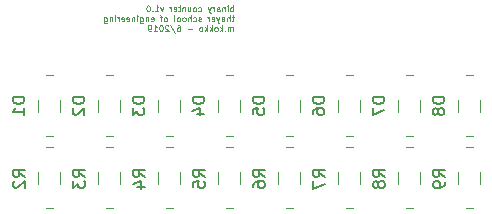
<source format=gbr>
G04 #@! TF.GenerationSoftware,KiCad,Pcbnew,(5.1.2)-2*
G04 #@! TF.CreationDate,2019-06-19T15:06:05-04:00*
G04 #@! TF.ProjectId,binary_counter,62696e61-7279-45f6-936f-756e7465722e,rev?*
G04 #@! TF.SameCoordinates,Original*
G04 #@! TF.FileFunction,Legend,Bot*
G04 #@! TF.FilePolarity,Positive*
%FSLAX46Y46*%
G04 Gerber Fmt 4.6, Leading zero omitted, Abs format (unit mm)*
G04 Created by KiCad (PCBNEW (5.1.2)-2) date 2019-06-19 15:06:05*
%MOMM*%
%LPD*%
G04 APERTURE LIST*
%ADD10C,0.076200*%
%ADD11C,0.100000*%
%ADD12C,0.150000*%
G04 APERTURE END LIST*
D10*
X129877517Y-103277609D02*
X129877517Y-102769609D01*
X129877517Y-102963133D02*
X129829136Y-102938942D01*
X129732374Y-102938942D01*
X129683993Y-102963133D01*
X129659803Y-102987323D01*
X129635612Y-103035704D01*
X129635612Y-103180847D01*
X129659803Y-103229228D01*
X129683993Y-103253419D01*
X129732374Y-103277609D01*
X129829136Y-103277609D01*
X129877517Y-103253419D01*
X129417898Y-103277609D02*
X129417898Y-102938942D01*
X129417898Y-102769609D02*
X129442089Y-102793800D01*
X129417898Y-102817990D01*
X129393708Y-102793800D01*
X129417898Y-102769609D01*
X129417898Y-102817990D01*
X129175993Y-102938942D02*
X129175993Y-103277609D01*
X129175993Y-102987323D02*
X129151803Y-102963133D01*
X129103422Y-102938942D01*
X129030850Y-102938942D01*
X128982470Y-102963133D01*
X128958279Y-103011514D01*
X128958279Y-103277609D01*
X128498660Y-103277609D02*
X128498660Y-103011514D01*
X128522850Y-102963133D01*
X128571231Y-102938942D01*
X128667993Y-102938942D01*
X128716374Y-102963133D01*
X128498660Y-103253419D02*
X128547041Y-103277609D01*
X128667993Y-103277609D01*
X128716374Y-103253419D01*
X128740565Y-103205038D01*
X128740565Y-103156657D01*
X128716374Y-103108276D01*
X128667993Y-103084085D01*
X128547041Y-103084085D01*
X128498660Y-103059895D01*
X128256755Y-103277609D02*
X128256755Y-102938942D01*
X128256755Y-103035704D02*
X128232565Y-102987323D01*
X128208374Y-102963133D01*
X128159993Y-102938942D01*
X128111612Y-102938942D01*
X127990660Y-102938942D02*
X127869708Y-103277609D01*
X127748755Y-102938942D02*
X127869708Y-103277609D01*
X127918089Y-103398561D01*
X127942279Y-103422752D01*
X127990660Y-103446942D01*
X126950470Y-103253419D02*
X126998850Y-103277609D01*
X127095612Y-103277609D01*
X127143993Y-103253419D01*
X127168184Y-103229228D01*
X127192374Y-103180847D01*
X127192374Y-103035704D01*
X127168184Y-102987323D01*
X127143993Y-102963133D01*
X127095612Y-102938942D01*
X126998850Y-102938942D01*
X126950470Y-102963133D01*
X126660184Y-103277609D02*
X126708565Y-103253419D01*
X126732755Y-103229228D01*
X126756946Y-103180847D01*
X126756946Y-103035704D01*
X126732755Y-102987323D01*
X126708565Y-102963133D01*
X126660184Y-102938942D01*
X126587612Y-102938942D01*
X126539231Y-102963133D01*
X126515041Y-102987323D01*
X126490850Y-103035704D01*
X126490850Y-103180847D01*
X126515041Y-103229228D01*
X126539231Y-103253419D01*
X126587612Y-103277609D01*
X126660184Y-103277609D01*
X126055422Y-102938942D02*
X126055422Y-103277609D01*
X126273136Y-102938942D02*
X126273136Y-103205038D01*
X126248946Y-103253419D01*
X126200565Y-103277609D01*
X126127993Y-103277609D01*
X126079612Y-103253419D01*
X126055422Y-103229228D01*
X125813517Y-102938942D02*
X125813517Y-103277609D01*
X125813517Y-102987323D02*
X125789327Y-102963133D01*
X125740946Y-102938942D01*
X125668374Y-102938942D01*
X125619993Y-102963133D01*
X125595803Y-103011514D01*
X125595803Y-103277609D01*
X125426470Y-102938942D02*
X125232946Y-102938942D01*
X125353898Y-102769609D02*
X125353898Y-103205038D01*
X125329708Y-103253419D01*
X125281327Y-103277609D01*
X125232946Y-103277609D01*
X124870089Y-103253419D02*
X124918470Y-103277609D01*
X125015231Y-103277609D01*
X125063612Y-103253419D01*
X125087803Y-103205038D01*
X125087803Y-103011514D01*
X125063612Y-102963133D01*
X125015231Y-102938942D01*
X124918470Y-102938942D01*
X124870089Y-102963133D01*
X124845898Y-103011514D01*
X124845898Y-103059895D01*
X125087803Y-103108276D01*
X124628184Y-103277609D02*
X124628184Y-102938942D01*
X124628184Y-103035704D02*
X124603993Y-102987323D01*
X124579803Y-102963133D01*
X124531422Y-102938942D01*
X124483041Y-102938942D01*
X123975041Y-102938942D02*
X123854089Y-103277609D01*
X123733136Y-102938942D01*
X123273517Y-103277609D02*
X123563803Y-103277609D01*
X123418660Y-103277609D02*
X123418660Y-102769609D01*
X123467041Y-102842180D01*
X123515422Y-102890561D01*
X123563803Y-102914752D01*
X123055803Y-103229228D02*
X123031612Y-103253419D01*
X123055803Y-103277609D01*
X123079993Y-103253419D01*
X123055803Y-103229228D01*
X123055803Y-103277609D01*
X122717136Y-102769609D02*
X122668755Y-102769609D01*
X122620374Y-102793800D01*
X122596184Y-102817990D01*
X122571993Y-102866371D01*
X122547803Y-102963133D01*
X122547803Y-103084085D01*
X122571993Y-103180847D01*
X122596184Y-103229228D01*
X122620374Y-103253419D01*
X122668755Y-103277609D01*
X122717136Y-103277609D01*
X122765517Y-103253419D01*
X122789708Y-103229228D01*
X122813898Y-103180847D01*
X122838089Y-103084085D01*
X122838089Y-102963133D01*
X122813898Y-102866371D01*
X122789708Y-102817990D01*
X122765517Y-102793800D01*
X122717136Y-102769609D01*
X129950089Y-103777142D02*
X129756565Y-103777142D01*
X129877517Y-103607809D02*
X129877517Y-104043238D01*
X129853327Y-104091619D01*
X129804946Y-104115809D01*
X129756565Y-104115809D01*
X129587231Y-104115809D02*
X129587231Y-103607809D01*
X129369517Y-104115809D02*
X129369517Y-103849714D01*
X129393708Y-103801333D01*
X129442089Y-103777142D01*
X129514660Y-103777142D01*
X129563041Y-103801333D01*
X129587231Y-103825523D01*
X128909898Y-104115809D02*
X128909898Y-103849714D01*
X128934089Y-103801333D01*
X128982470Y-103777142D01*
X129079231Y-103777142D01*
X129127612Y-103801333D01*
X128909898Y-104091619D02*
X128958279Y-104115809D01*
X129079231Y-104115809D01*
X129127612Y-104091619D01*
X129151803Y-104043238D01*
X129151803Y-103994857D01*
X129127612Y-103946476D01*
X129079231Y-103922285D01*
X128958279Y-103922285D01*
X128909898Y-103898095D01*
X128716374Y-103777142D02*
X128595422Y-104115809D01*
X128474470Y-103777142D02*
X128595422Y-104115809D01*
X128643803Y-104236761D01*
X128667993Y-104260952D01*
X128716374Y-104285142D01*
X128087422Y-104091619D02*
X128135803Y-104115809D01*
X128232565Y-104115809D01*
X128280946Y-104091619D01*
X128305136Y-104043238D01*
X128305136Y-103849714D01*
X128280946Y-103801333D01*
X128232565Y-103777142D01*
X128135803Y-103777142D01*
X128087422Y-103801333D01*
X128063231Y-103849714D01*
X128063231Y-103898095D01*
X128305136Y-103946476D01*
X127845517Y-104115809D02*
X127845517Y-103777142D01*
X127845517Y-103873904D02*
X127821327Y-103825523D01*
X127797136Y-103801333D01*
X127748755Y-103777142D01*
X127700374Y-103777142D01*
X127168184Y-104091619D02*
X127119803Y-104115809D01*
X127023041Y-104115809D01*
X126974660Y-104091619D01*
X126950470Y-104043238D01*
X126950470Y-104019047D01*
X126974660Y-103970666D01*
X127023041Y-103946476D01*
X127095612Y-103946476D01*
X127143993Y-103922285D01*
X127168184Y-103873904D01*
X127168184Y-103849714D01*
X127143993Y-103801333D01*
X127095612Y-103777142D01*
X127023041Y-103777142D01*
X126974660Y-103801333D01*
X126515041Y-104091619D02*
X126563422Y-104115809D01*
X126660184Y-104115809D01*
X126708565Y-104091619D01*
X126732755Y-104067428D01*
X126756946Y-104019047D01*
X126756946Y-103873904D01*
X126732755Y-103825523D01*
X126708565Y-103801333D01*
X126660184Y-103777142D01*
X126563422Y-103777142D01*
X126515041Y-103801333D01*
X126297327Y-104115809D02*
X126297327Y-103607809D01*
X126079612Y-104115809D02*
X126079612Y-103849714D01*
X126103803Y-103801333D01*
X126152184Y-103777142D01*
X126224755Y-103777142D01*
X126273136Y-103801333D01*
X126297327Y-103825523D01*
X125765136Y-104115809D02*
X125813517Y-104091619D01*
X125837708Y-104067428D01*
X125861898Y-104019047D01*
X125861898Y-103873904D01*
X125837708Y-103825523D01*
X125813517Y-103801333D01*
X125765136Y-103777142D01*
X125692565Y-103777142D01*
X125644184Y-103801333D01*
X125619993Y-103825523D01*
X125595803Y-103873904D01*
X125595803Y-104019047D01*
X125619993Y-104067428D01*
X125644184Y-104091619D01*
X125692565Y-104115809D01*
X125765136Y-104115809D01*
X125305517Y-104115809D02*
X125353898Y-104091619D01*
X125378089Y-104067428D01*
X125402279Y-104019047D01*
X125402279Y-103873904D01*
X125378089Y-103825523D01*
X125353898Y-103801333D01*
X125305517Y-103777142D01*
X125232946Y-103777142D01*
X125184565Y-103801333D01*
X125160374Y-103825523D01*
X125136184Y-103873904D01*
X125136184Y-104019047D01*
X125160374Y-104067428D01*
X125184565Y-104091619D01*
X125232946Y-104115809D01*
X125305517Y-104115809D01*
X124845898Y-104115809D02*
X124894279Y-104091619D01*
X124918470Y-104043238D01*
X124918470Y-103607809D01*
X124192755Y-104115809D02*
X124241136Y-104091619D01*
X124265327Y-104067428D01*
X124289517Y-104019047D01*
X124289517Y-103873904D01*
X124265327Y-103825523D01*
X124241136Y-103801333D01*
X124192755Y-103777142D01*
X124120184Y-103777142D01*
X124071803Y-103801333D01*
X124047612Y-103825523D01*
X124023422Y-103873904D01*
X124023422Y-104019047D01*
X124047612Y-104067428D01*
X124071803Y-104091619D01*
X124120184Y-104115809D01*
X124192755Y-104115809D01*
X123878279Y-103777142D02*
X123684755Y-103777142D01*
X123805708Y-104115809D02*
X123805708Y-103680380D01*
X123781517Y-103632000D01*
X123733136Y-103607809D01*
X123684755Y-103607809D01*
X122934850Y-104091619D02*
X122983231Y-104115809D01*
X123079993Y-104115809D01*
X123128374Y-104091619D01*
X123152565Y-104043238D01*
X123152565Y-103849714D01*
X123128374Y-103801333D01*
X123079993Y-103777142D01*
X122983231Y-103777142D01*
X122934850Y-103801333D01*
X122910660Y-103849714D01*
X122910660Y-103898095D01*
X123152565Y-103946476D01*
X122692946Y-103777142D02*
X122692946Y-104115809D01*
X122692946Y-103825523D02*
X122668755Y-103801333D01*
X122620374Y-103777142D01*
X122547803Y-103777142D01*
X122499422Y-103801333D01*
X122475231Y-103849714D01*
X122475231Y-104115809D01*
X122015612Y-103777142D02*
X122015612Y-104188380D01*
X122039803Y-104236761D01*
X122063993Y-104260952D01*
X122112374Y-104285142D01*
X122184946Y-104285142D01*
X122233327Y-104260952D01*
X122015612Y-104091619D02*
X122063993Y-104115809D01*
X122160755Y-104115809D01*
X122209136Y-104091619D01*
X122233327Y-104067428D01*
X122257517Y-104019047D01*
X122257517Y-103873904D01*
X122233327Y-103825523D01*
X122209136Y-103801333D01*
X122160755Y-103777142D01*
X122063993Y-103777142D01*
X122015612Y-103801333D01*
X121773708Y-104115809D02*
X121773708Y-103777142D01*
X121773708Y-103607809D02*
X121797898Y-103632000D01*
X121773708Y-103656190D01*
X121749517Y-103632000D01*
X121773708Y-103607809D01*
X121773708Y-103656190D01*
X121531803Y-103777142D02*
X121531803Y-104115809D01*
X121531803Y-103825523D02*
X121507612Y-103801333D01*
X121459231Y-103777142D01*
X121386660Y-103777142D01*
X121338279Y-103801333D01*
X121314089Y-103849714D01*
X121314089Y-104115809D01*
X120878660Y-104091619D02*
X120927041Y-104115809D01*
X121023803Y-104115809D01*
X121072184Y-104091619D01*
X121096374Y-104043238D01*
X121096374Y-103849714D01*
X121072184Y-103801333D01*
X121023803Y-103777142D01*
X120927041Y-103777142D01*
X120878660Y-103801333D01*
X120854470Y-103849714D01*
X120854470Y-103898095D01*
X121096374Y-103946476D01*
X120443231Y-104091619D02*
X120491612Y-104115809D01*
X120588374Y-104115809D01*
X120636755Y-104091619D01*
X120660946Y-104043238D01*
X120660946Y-103849714D01*
X120636755Y-103801333D01*
X120588374Y-103777142D01*
X120491612Y-103777142D01*
X120443231Y-103801333D01*
X120419041Y-103849714D01*
X120419041Y-103898095D01*
X120660946Y-103946476D01*
X120201327Y-104115809D02*
X120201327Y-103777142D01*
X120201327Y-103873904D02*
X120177136Y-103825523D01*
X120152946Y-103801333D01*
X120104565Y-103777142D01*
X120056184Y-103777142D01*
X119886850Y-104115809D02*
X119886850Y-103777142D01*
X119886850Y-103607809D02*
X119911041Y-103632000D01*
X119886850Y-103656190D01*
X119862660Y-103632000D01*
X119886850Y-103607809D01*
X119886850Y-103656190D01*
X119644946Y-103777142D02*
X119644946Y-104115809D01*
X119644946Y-103825523D02*
X119620755Y-103801333D01*
X119572374Y-103777142D01*
X119499803Y-103777142D01*
X119451422Y-103801333D01*
X119427231Y-103849714D01*
X119427231Y-104115809D01*
X118967612Y-103777142D02*
X118967612Y-104188380D01*
X118991803Y-104236761D01*
X119015993Y-104260952D01*
X119064374Y-104285142D01*
X119136946Y-104285142D01*
X119185327Y-104260952D01*
X118967612Y-104091619D02*
X119015993Y-104115809D01*
X119112755Y-104115809D01*
X119161136Y-104091619D01*
X119185327Y-104067428D01*
X119209517Y-104019047D01*
X119209517Y-103873904D01*
X119185327Y-103825523D01*
X119161136Y-103801333D01*
X119112755Y-103777142D01*
X119015993Y-103777142D01*
X118967612Y-103801333D01*
X129877517Y-104954009D02*
X129877517Y-104615342D01*
X129877517Y-104663723D02*
X129853327Y-104639533D01*
X129804946Y-104615342D01*
X129732374Y-104615342D01*
X129683993Y-104639533D01*
X129659803Y-104687914D01*
X129659803Y-104954009D01*
X129659803Y-104687914D02*
X129635612Y-104639533D01*
X129587231Y-104615342D01*
X129514660Y-104615342D01*
X129466279Y-104639533D01*
X129442089Y-104687914D01*
X129442089Y-104954009D01*
X129200184Y-104905628D02*
X129175993Y-104929819D01*
X129200184Y-104954009D01*
X129224374Y-104929819D01*
X129200184Y-104905628D01*
X129200184Y-104954009D01*
X128958279Y-104954009D02*
X128958279Y-104446009D01*
X128909898Y-104760485D02*
X128764755Y-104954009D01*
X128764755Y-104615342D02*
X128958279Y-104808866D01*
X128474470Y-104954009D02*
X128522850Y-104929819D01*
X128547041Y-104905628D01*
X128571231Y-104857247D01*
X128571231Y-104712104D01*
X128547041Y-104663723D01*
X128522850Y-104639533D01*
X128474470Y-104615342D01*
X128401898Y-104615342D01*
X128353517Y-104639533D01*
X128329327Y-104663723D01*
X128305136Y-104712104D01*
X128305136Y-104857247D01*
X128329327Y-104905628D01*
X128353517Y-104929819D01*
X128401898Y-104954009D01*
X128474470Y-104954009D01*
X128087422Y-104954009D02*
X128087422Y-104446009D01*
X128039041Y-104760485D02*
X127893898Y-104954009D01*
X127893898Y-104615342D02*
X128087422Y-104808866D01*
X127676184Y-104954009D02*
X127676184Y-104446009D01*
X127627803Y-104760485D02*
X127482660Y-104954009D01*
X127482660Y-104615342D02*
X127676184Y-104808866D01*
X127192374Y-104954009D02*
X127240755Y-104929819D01*
X127264946Y-104905628D01*
X127289136Y-104857247D01*
X127289136Y-104712104D01*
X127264946Y-104663723D01*
X127240755Y-104639533D01*
X127192374Y-104615342D01*
X127119803Y-104615342D01*
X127071422Y-104639533D01*
X127047231Y-104663723D01*
X127023041Y-104712104D01*
X127023041Y-104857247D01*
X127047231Y-104905628D01*
X127071422Y-104929819D01*
X127119803Y-104954009D01*
X127192374Y-104954009D01*
X126418279Y-104760485D02*
X126031231Y-104760485D01*
X125184565Y-104446009D02*
X125281327Y-104446009D01*
X125329708Y-104470200D01*
X125353898Y-104494390D01*
X125402279Y-104566961D01*
X125426470Y-104663723D01*
X125426470Y-104857247D01*
X125402279Y-104905628D01*
X125378089Y-104929819D01*
X125329708Y-104954009D01*
X125232946Y-104954009D01*
X125184565Y-104929819D01*
X125160374Y-104905628D01*
X125136184Y-104857247D01*
X125136184Y-104736295D01*
X125160374Y-104687914D01*
X125184565Y-104663723D01*
X125232946Y-104639533D01*
X125329708Y-104639533D01*
X125378089Y-104663723D01*
X125402279Y-104687914D01*
X125426470Y-104736295D01*
X124555612Y-104421819D02*
X124991041Y-105074961D01*
X124410470Y-104494390D02*
X124386279Y-104470200D01*
X124337898Y-104446009D01*
X124216946Y-104446009D01*
X124168565Y-104470200D01*
X124144374Y-104494390D01*
X124120184Y-104542771D01*
X124120184Y-104591152D01*
X124144374Y-104663723D01*
X124434660Y-104954009D01*
X124120184Y-104954009D01*
X123805708Y-104446009D02*
X123757327Y-104446009D01*
X123708946Y-104470200D01*
X123684755Y-104494390D01*
X123660565Y-104542771D01*
X123636374Y-104639533D01*
X123636374Y-104760485D01*
X123660565Y-104857247D01*
X123684755Y-104905628D01*
X123708946Y-104929819D01*
X123757327Y-104954009D01*
X123805708Y-104954009D01*
X123854089Y-104929819D01*
X123878279Y-104905628D01*
X123902470Y-104857247D01*
X123926660Y-104760485D01*
X123926660Y-104639533D01*
X123902470Y-104542771D01*
X123878279Y-104494390D01*
X123854089Y-104470200D01*
X123805708Y-104446009D01*
X123152565Y-104954009D02*
X123442850Y-104954009D01*
X123297708Y-104954009D02*
X123297708Y-104446009D01*
X123346089Y-104518580D01*
X123394470Y-104566961D01*
X123442850Y-104591152D01*
X122910660Y-104954009D02*
X122813898Y-104954009D01*
X122765517Y-104929819D01*
X122741327Y-104905628D01*
X122692946Y-104833057D01*
X122668755Y-104736295D01*
X122668755Y-104542771D01*
X122692946Y-104494390D01*
X122717136Y-104470200D01*
X122765517Y-104446009D01*
X122862279Y-104446009D01*
X122910660Y-104470200D01*
X122934850Y-104494390D01*
X122959041Y-104542771D01*
X122959041Y-104663723D01*
X122934850Y-104712104D01*
X122910660Y-104736295D01*
X122862279Y-104760485D01*
X122765517Y-104760485D01*
X122717136Y-104736295D01*
X122692946Y-104712104D01*
X122668755Y-104663723D01*
D11*
X148960000Y-117348000D02*
X148960000Y-117848000D01*
X148960000Y-117348000D02*
X148960000Y-116848000D01*
X150760000Y-117348000D02*
X150760000Y-117848000D01*
X150760000Y-117348000D02*
X150760000Y-116848000D01*
X149560000Y-114748000D02*
X150160000Y-114748000D01*
X149560000Y-119948000D02*
X150160000Y-119948000D01*
X143880000Y-117348000D02*
X143880000Y-117848000D01*
X143880000Y-117348000D02*
X143880000Y-116848000D01*
X145680000Y-117348000D02*
X145680000Y-117848000D01*
X145680000Y-117348000D02*
X145680000Y-116848000D01*
X144480000Y-114748000D02*
X145080000Y-114748000D01*
X144480000Y-119948000D02*
X145080000Y-119948000D01*
X138800000Y-117348000D02*
X138800000Y-117848000D01*
X138800000Y-117348000D02*
X138800000Y-116848000D01*
X140600000Y-117348000D02*
X140600000Y-117848000D01*
X140600000Y-117348000D02*
X140600000Y-116848000D01*
X139400000Y-114748000D02*
X140000000Y-114748000D01*
X139400000Y-119948000D02*
X140000000Y-119948000D01*
X133720000Y-117348000D02*
X133720000Y-117848000D01*
X133720000Y-117348000D02*
X133720000Y-116848000D01*
X135520000Y-117348000D02*
X135520000Y-117848000D01*
X135520000Y-117348000D02*
X135520000Y-116848000D01*
X134320000Y-114748000D02*
X134920000Y-114748000D01*
X134320000Y-119948000D02*
X134920000Y-119948000D01*
X128640000Y-117348000D02*
X128640000Y-117848000D01*
X128640000Y-117348000D02*
X128640000Y-116848000D01*
X130440000Y-117348000D02*
X130440000Y-117848000D01*
X130440000Y-117348000D02*
X130440000Y-116848000D01*
X129240000Y-114748000D02*
X129840000Y-114748000D01*
X129240000Y-119948000D02*
X129840000Y-119948000D01*
X123560000Y-117348000D02*
X123560000Y-117848000D01*
X123560000Y-117348000D02*
X123560000Y-116848000D01*
X125360000Y-117348000D02*
X125360000Y-117848000D01*
X125360000Y-117348000D02*
X125360000Y-116848000D01*
X124160000Y-114748000D02*
X124760000Y-114748000D01*
X124160000Y-119948000D02*
X124760000Y-119948000D01*
X118480000Y-117348000D02*
X118480000Y-117848000D01*
X118480000Y-117348000D02*
X118480000Y-116848000D01*
X120280000Y-117348000D02*
X120280000Y-117848000D01*
X120280000Y-117348000D02*
X120280000Y-116848000D01*
X119080000Y-114748000D02*
X119680000Y-114748000D01*
X119080000Y-119948000D02*
X119680000Y-119948000D01*
X113400000Y-117348000D02*
X113400000Y-117848000D01*
X113400000Y-117348000D02*
X113400000Y-116848000D01*
X115200000Y-117348000D02*
X115200000Y-117848000D01*
X115200000Y-117348000D02*
X115200000Y-116848000D01*
X114000000Y-114748000D02*
X114600000Y-114748000D01*
X114000000Y-119948000D02*
X114600000Y-119948000D01*
X149560000Y-113852000D02*
X150160000Y-113852000D01*
X149560000Y-108652000D02*
X150160000Y-108652000D01*
X150760000Y-111252000D02*
X150760000Y-110752000D01*
X150760000Y-111252000D02*
X150760000Y-111752000D01*
X148960000Y-111252000D02*
X148960000Y-110752000D01*
X148960000Y-111252000D02*
X148960000Y-111752000D01*
X143880000Y-111252000D02*
X143880000Y-111752000D01*
X143880000Y-111252000D02*
X143880000Y-110752000D01*
X145680000Y-111252000D02*
X145680000Y-111752000D01*
X145680000Y-111252000D02*
X145680000Y-110752000D01*
X144480000Y-108652000D02*
X145080000Y-108652000D01*
X144480000Y-113852000D02*
X145080000Y-113852000D01*
X138800000Y-111252000D02*
X138800000Y-111752000D01*
X138800000Y-111252000D02*
X138800000Y-110752000D01*
X140600000Y-111252000D02*
X140600000Y-111752000D01*
X140600000Y-111252000D02*
X140600000Y-110752000D01*
X139400000Y-108652000D02*
X140000000Y-108652000D01*
X139400000Y-113852000D02*
X140000000Y-113852000D01*
X133720000Y-111252000D02*
X133720000Y-111752000D01*
X133720000Y-111252000D02*
X133720000Y-110752000D01*
X135520000Y-111252000D02*
X135520000Y-111752000D01*
X135520000Y-111252000D02*
X135520000Y-110752000D01*
X134320000Y-108652000D02*
X134920000Y-108652000D01*
X134320000Y-113852000D02*
X134920000Y-113852000D01*
X128640000Y-111252000D02*
X128640000Y-111752000D01*
X128640000Y-111252000D02*
X128640000Y-110752000D01*
X130440000Y-111252000D02*
X130440000Y-111752000D01*
X130440000Y-111252000D02*
X130440000Y-110752000D01*
X129240000Y-108652000D02*
X129840000Y-108652000D01*
X129240000Y-113852000D02*
X129840000Y-113852000D01*
X123560000Y-111252000D02*
X123560000Y-111752000D01*
X123560000Y-111252000D02*
X123560000Y-110752000D01*
X125360000Y-111252000D02*
X125360000Y-111752000D01*
X125360000Y-111252000D02*
X125360000Y-110752000D01*
X124160000Y-108652000D02*
X124760000Y-108652000D01*
X124160000Y-113852000D02*
X124760000Y-113852000D01*
X118480000Y-111252000D02*
X118480000Y-111752000D01*
X118480000Y-111252000D02*
X118480000Y-110752000D01*
X120280000Y-111252000D02*
X120280000Y-111752000D01*
X120280000Y-111252000D02*
X120280000Y-110752000D01*
X119080000Y-108652000D02*
X119680000Y-108652000D01*
X119080000Y-113852000D02*
X119680000Y-113852000D01*
X113400000Y-111252000D02*
X113400000Y-111752000D01*
X113400000Y-111252000D02*
X113400000Y-110752000D01*
X115200000Y-111252000D02*
X115200000Y-111752000D01*
X115200000Y-111252000D02*
X115200000Y-110752000D01*
X114000000Y-108652000D02*
X114600000Y-108652000D01*
X114000000Y-113852000D02*
X114600000Y-113852000D01*
D12*
X147812380Y-117281333D02*
X147336190Y-116948000D01*
X147812380Y-116709904D02*
X146812380Y-116709904D01*
X146812380Y-117090857D01*
X146860000Y-117186095D01*
X146907619Y-117233714D01*
X147002857Y-117281333D01*
X147145714Y-117281333D01*
X147240952Y-117233714D01*
X147288571Y-117186095D01*
X147336190Y-117090857D01*
X147336190Y-116709904D01*
X147812380Y-117757523D02*
X147812380Y-117948000D01*
X147764761Y-118043238D01*
X147717142Y-118090857D01*
X147574285Y-118186095D01*
X147383809Y-118233714D01*
X147002857Y-118233714D01*
X146907619Y-118186095D01*
X146860000Y-118138476D01*
X146812380Y-118043238D01*
X146812380Y-117852761D01*
X146860000Y-117757523D01*
X146907619Y-117709904D01*
X147002857Y-117662285D01*
X147240952Y-117662285D01*
X147336190Y-117709904D01*
X147383809Y-117757523D01*
X147431428Y-117852761D01*
X147431428Y-118043238D01*
X147383809Y-118138476D01*
X147336190Y-118186095D01*
X147240952Y-118233714D01*
X142732380Y-117281333D02*
X142256190Y-116948000D01*
X142732380Y-116709904D02*
X141732380Y-116709904D01*
X141732380Y-117090857D01*
X141780000Y-117186095D01*
X141827619Y-117233714D01*
X141922857Y-117281333D01*
X142065714Y-117281333D01*
X142160952Y-117233714D01*
X142208571Y-117186095D01*
X142256190Y-117090857D01*
X142256190Y-116709904D01*
X142160952Y-117852761D02*
X142113333Y-117757523D01*
X142065714Y-117709904D01*
X141970476Y-117662285D01*
X141922857Y-117662285D01*
X141827619Y-117709904D01*
X141780000Y-117757523D01*
X141732380Y-117852761D01*
X141732380Y-118043238D01*
X141780000Y-118138476D01*
X141827619Y-118186095D01*
X141922857Y-118233714D01*
X141970476Y-118233714D01*
X142065714Y-118186095D01*
X142113333Y-118138476D01*
X142160952Y-118043238D01*
X142160952Y-117852761D01*
X142208571Y-117757523D01*
X142256190Y-117709904D01*
X142351428Y-117662285D01*
X142541904Y-117662285D01*
X142637142Y-117709904D01*
X142684761Y-117757523D01*
X142732380Y-117852761D01*
X142732380Y-118043238D01*
X142684761Y-118138476D01*
X142637142Y-118186095D01*
X142541904Y-118233714D01*
X142351428Y-118233714D01*
X142256190Y-118186095D01*
X142208571Y-118138476D01*
X142160952Y-118043238D01*
X137652380Y-117281333D02*
X137176190Y-116948000D01*
X137652380Y-116709904D02*
X136652380Y-116709904D01*
X136652380Y-117090857D01*
X136700000Y-117186095D01*
X136747619Y-117233714D01*
X136842857Y-117281333D01*
X136985714Y-117281333D01*
X137080952Y-117233714D01*
X137128571Y-117186095D01*
X137176190Y-117090857D01*
X137176190Y-116709904D01*
X136652380Y-117614666D02*
X136652380Y-118281333D01*
X137652380Y-117852761D01*
X132572380Y-117281333D02*
X132096190Y-116948000D01*
X132572380Y-116709904D02*
X131572380Y-116709904D01*
X131572380Y-117090857D01*
X131620000Y-117186095D01*
X131667619Y-117233714D01*
X131762857Y-117281333D01*
X131905714Y-117281333D01*
X132000952Y-117233714D01*
X132048571Y-117186095D01*
X132096190Y-117090857D01*
X132096190Y-116709904D01*
X131572380Y-118138476D02*
X131572380Y-117948000D01*
X131620000Y-117852761D01*
X131667619Y-117805142D01*
X131810476Y-117709904D01*
X132000952Y-117662285D01*
X132381904Y-117662285D01*
X132477142Y-117709904D01*
X132524761Y-117757523D01*
X132572380Y-117852761D01*
X132572380Y-118043238D01*
X132524761Y-118138476D01*
X132477142Y-118186095D01*
X132381904Y-118233714D01*
X132143809Y-118233714D01*
X132048571Y-118186095D01*
X132000952Y-118138476D01*
X131953333Y-118043238D01*
X131953333Y-117852761D01*
X132000952Y-117757523D01*
X132048571Y-117709904D01*
X132143809Y-117662285D01*
X127492380Y-117281333D02*
X127016190Y-116948000D01*
X127492380Y-116709904D02*
X126492380Y-116709904D01*
X126492380Y-117090857D01*
X126540000Y-117186095D01*
X126587619Y-117233714D01*
X126682857Y-117281333D01*
X126825714Y-117281333D01*
X126920952Y-117233714D01*
X126968571Y-117186095D01*
X127016190Y-117090857D01*
X127016190Y-116709904D01*
X126492380Y-118186095D02*
X126492380Y-117709904D01*
X126968571Y-117662285D01*
X126920952Y-117709904D01*
X126873333Y-117805142D01*
X126873333Y-118043238D01*
X126920952Y-118138476D01*
X126968571Y-118186095D01*
X127063809Y-118233714D01*
X127301904Y-118233714D01*
X127397142Y-118186095D01*
X127444761Y-118138476D01*
X127492380Y-118043238D01*
X127492380Y-117805142D01*
X127444761Y-117709904D01*
X127397142Y-117662285D01*
X122412380Y-117281333D02*
X121936190Y-116948000D01*
X122412380Y-116709904D02*
X121412380Y-116709904D01*
X121412380Y-117090857D01*
X121460000Y-117186095D01*
X121507619Y-117233714D01*
X121602857Y-117281333D01*
X121745714Y-117281333D01*
X121840952Y-117233714D01*
X121888571Y-117186095D01*
X121936190Y-117090857D01*
X121936190Y-116709904D01*
X121745714Y-118138476D02*
X122412380Y-118138476D01*
X121364761Y-117900380D02*
X122079047Y-117662285D01*
X122079047Y-118281333D01*
X117332380Y-117281333D02*
X116856190Y-116948000D01*
X117332380Y-116709904D02*
X116332380Y-116709904D01*
X116332380Y-117090857D01*
X116380000Y-117186095D01*
X116427619Y-117233714D01*
X116522857Y-117281333D01*
X116665714Y-117281333D01*
X116760952Y-117233714D01*
X116808571Y-117186095D01*
X116856190Y-117090857D01*
X116856190Y-116709904D01*
X116332380Y-117614666D02*
X116332380Y-118233714D01*
X116713333Y-117900380D01*
X116713333Y-118043238D01*
X116760952Y-118138476D01*
X116808571Y-118186095D01*
X116903809Y-118233714D01*
X117141904Y-118233714D01*
X117237142Y-118186095D01*
X117284761Y-118138476D01*
X117332380Y-118043238D01*
X117332380Y-117757523D01*
X117284761Y-117662285D01*
X117237142Y-117614666D01*
X112252380Y-117281333D02*
X111776190Y-116948000D01*
X112252380Y-116709904D02*
X111252380Y-116709904D01*
X111252380Y-117090857D01*
X111300000Y-117186095D01*
X111347619Y-117233714D01*
X111442857Y-117281333D01*
X111585714Y-117281333D01*
X111680952Y-117233714D01*
X111728571Y-117186095D01*
X111776190Y-117090857D01*
X111776190Y-116709904D01*
X111347619Y-117662285D02*
X111300000Y-117709904D01*
X111252380Y-117805142D01*
X111252380Y-118043238D01*
X111300000Y-118138476D01*
X111347619Y-118186095D01*
X111442857Y-118233714D01*
X111538095Y-118233714D01*
X111680952Y-118186095D01*
X112252380Y-117614666D01*
X112252380Y-118233714D01*
X147772380Y-110513904D02*
X146772380Y-110513904D01*
X146772380Y-110752000D01*
X146820000Y-110894857D01*
X146915238Y-110990095D01*
X147010476Y-111037714D01*
X147200952Y-111085333D01*
X147343809Y-111085333D01*
X147534285Y-111037714D01*
X147629523Y-110990095D01*
X147724761Y-110894857D01*
X147772380Y-110752000D01*
X147772380Y-110513904D01*
X147200952Y-111656761D02*
X147153333Y-111561523D01*
X147105714Y-111513904D01*
X147010476Y-111466285D01*
X146962857Y-111466285D01*
X146867619Y-111513904D01*
X146820000Y-111561523D01*
X146772380Y-111656761D01*
X146772380Y-111847238D01*
X146820000Y-111942476D01*
X146867619Y-111990095D01*
X146962857Y-112037714D01*
X147010476Y-112037714D01*
X147105714Y-111990095D01*
X147153333Y-111942476D01*
X147200952Y-111847238D01*
X147200952Y-111656761D01*
X147248571Y-111561523D01*
X147296190Y-111513904D01*
X147391428Y-111466285D01*
X147581904Y-111466285D01*
X147677142Y-111513904D01*
X147724761Y-111561523D01*
X147772380Y-111656761D01*
X147772380Y-111847238D01*
X147724761Y-111942476D01*
X147677142Y-111990095D01*
X147581904Y-112037714D01*
X147391428Y-112037714D01*
X147296190Y-111990095D01*
X147248571Y-111942476D01*
X147200952Y-111847238D01*
X142692380Y-110513904D02*
X141692380Y-110513904D01*
X141692380Y-110752000D01*
X141740000Y-110894857D01*
X141835238Y-110990095D01*
X141930476Y-111037714D01*
X142120952Y-111085333D01*
X142263809Y-111085333D01*
X142454285Y-111037714D01*
X142549523Y-110990095D01*
X142644761Y-110894857D01*
X142692380Y-110752000D01*
X142692380Y-110513904D01*
X141692380Y-111418666D02*
X141692380Y-112085333D01*
X142692380Y-111656761D01*
X137612380Y-110513904D02*
X136612380Y-110513904D01*
X136612380Y-110752000D01*
X136660000Y-110894857D01*
X136755238Y-110990095D01*
X136850476Y-111037714D01*
X137040952Y-111085333D01*
X137183809Y-111085333D01*
X137374285Y-111037714D01*
X137469523Y-110990095D01*
X137564761Y-110894857D01*
X137612380Y-110752000D01*
X137612380Y-110513904D01*
X136612380Y-111942476D02*
X136612380Y-111752000D01*
X136660000Y-111656761D01*
X136707619Y-111609142D01*
X136850476Y-111513904D01*
X137040952Y-111466285D01*
X137421904Y-111466285D01*
X137517142Y-111513904D01*
X137564761Y-111561523D01*
X137612380Y-111656761D01*
X137612380Y-111847238D01*
X137564761Y-111942476D01*
X137517142Y-111990095D01*
X137421904Y-112037714D01*
X137183809Y-112037714D01*
X137088571Y-111990095D01*
X137040952Y-111942476D01*
X136993333Y-111847238D01*
X136993333Y-111656761D01*
X137040952Y-111561523D01*
X137088571Y-111513904D01*
X137183809Y-111466285D01*
X132532380Y-110513904D02*
X131532380Y-110513904D01*
X131532380Y-110752000D01*
X131580000Y-110894857D01*
X131675238Y-110990095D01*
X131770476Y-111037714D01*
X131960952Y-111085333D01*
X132103809Y-111085333D01*
X132294285Y-111037714D01*
X132389523Y-110990095D01*
X132484761Y-110894857D01*
X132532380Y-110752000D01*
X132532380Y-110513904D01*
X131532380Y-111990095D02*
X131532380Y-111513904D01*
X132008571Y-111466285D01*
X131960952Y-111513904D01*
X131913333Y-111609142D01*
X131913333Y-111847238D01*
X131960952Y-111942476D01*
X132008571Y-111990095D01*
X132103809Y-112037714D01*
X132341904Y-112037714D01*
X132437142Y-111990095D01*
X132484761Y-111942476D01*
X132532380Y-111847238D01*
X132532380Y-111609142D01*
X132484761Y-111513904D01*
X132437142Y-111466285D01*
X127452380Y-110513904D02*
X126452380Y-110513904D01*
X126452380Y-110752000D01*
X126500000Y-110894857D01*
X126595238Y-110990095D01*
X126690476Y-111037714D01*
X126880952Y-111085333D01*
X127023809Y-111085333D01*
X127214285Y-111037714D01*
X127309523Y-110990095D01*
X127404761Y-110894857D01*
X127452380Y-110752000D01*
X127452380Y-110513904D01*
X126785714Y-111942476D02*
X127452380Y-111942476D01*
X126404761Y-111704380D02*
X127119047Y-111466285D01*
X127119047Y-112085333D01*
X122372380Y-110513904D02*
X121372380Y-110513904D01*
X121372380Y-110752000D01*
X121420000Y-110894857D01*
X121515238Y-110990095D01*
X121610476Y-111037714D01*
X121800952Y-111085333D01*
X121943809Y-111085333D01*
X122134285Y-111037714D01*
X122229523Y-110990095D01*
X122324761Y-110894857D01*
X122372380Y-110752000D01*
X122372380Y-110513904D01*
X121372380Y-111418666D02*
X121372380Y-112037714D01*
X121753333Y-111704380D01*
X121753333Y-111847238D01*
X121800952Y-111942476D01*
X121848571Y-111990095D01*
X121943809Y-112037714D01*
X122181904Y-112037714D01*
X122277142Y-111990095D01*
X122324761Y-111942476D01*
X122372380Y-111847238D01*
X122372380Y-111561523D01*
X122324761Y-111466285D01*
X122277142Y-111418666D01*
X117292380Y-110513904D02*
X116292380Y-110513904D01*
X116292380Y-110752000D01*
X116340000Y-110894857D01*
X116435238Y-110990095D01*
X116530476Y-111037714D01*
X116720952Y-111085333D01*
X116863809Y-111085333D01*
X117054285Y-111037714D01*
X117149523Y-110990095D01*
X117244761Y-110894857D01*
X117292380Y-110752000D01*
X117292380Y-110513904D01*
X116387619Y-111466285D02*
X116340000Y-111513904D01*
X116292380Y-111609142D01*
X116292380Y-111847238D01*
X116340000Y-111942476D01*
X116387619Y-111990095D01*
X116482857Y-112037714D01*
X116578095Y-112037714D01*
X116720952Y-111990095D01*
X117292380Y-111418666D01*
X117292380Y-112037714D01*
X112212380Y-110513904D02*
X111212380Y-110513904D01*
X111212380Y-110752000D01*
X111260000Y-110894857D01*
X111355238Y-110990095D01*
X111450476Y-111037714D01*
X111640952Y-111085333D01*
X111783809Y-111085333D01*
X111974285Y-111037714D01*
X112069523Y-110990095D01*
X112164761Y-110894857D01*
X112212380Y-110752000D01*
X112212380Y-110513904D01*
X112212380Y-112037714D02*
X112212380Y-111466285D01*
X112212380Y-111752000D02*
X111212380Y-111752000D01*
X111355238Y-111656761D01*
X111450476Y-111561523D01*
X111498095Y-111466285D01*
M02*

</source>
